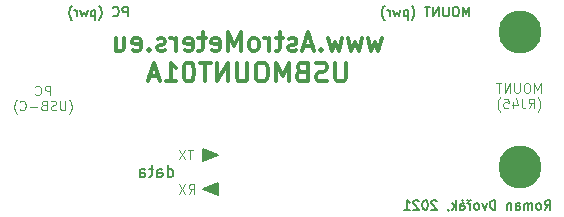
<source format=gbr>
%TF.GenerationSoftware,KiCad,Pcbnew,7.0.7-7.0.7~ubuntu23.04.1*%
%TF.CreationDate,2023-08-16T01:14:45+00:00*%
%TF.ProjectId,USBMOUNT01,5553424d-4f55-44e5-9430-312e6b696361,rev?*%
%TF.SameCoordinates,Original*%
%TF.FileFunction,Legend,Bot*%
%TF.FilePolarity,Positive*%
%FSLAX46Y46*%
G04 Gerber Fmt 4.6, Leading zero omitted, Abs format (unit mm)*
G04 Created by KiCad (PCBNEW 7.0.7-7.0.7~ubuntu23.04.1) date 2023-08-16 01:14:45*
%MOMM*%
%LPD*%
G01*
G04 APERTURE LIST*
%ADD10C,0.150000*%
%ADD11C,0.120000*%
%ADD12C,0.320000*%
%ADD13C,3.650000*%
G04 APERTURE END LIST*
D10*
X142500000Y-96900000D02*
X141250000Y-96400000D01*
X142500000Y-95900000D01*
X142500000Y-96900000D01*
G36*
X142500000Y-96900000D02*
G01*
X141250000Y-96400000D01*
X142500000Y-95900000D01*
X142500000Y-96900000D01*
G37*
X142500000Y-93500000D02*
X141250000Y-94000000D01*
X141250000Y-93000000D01*
X142500000Y-93500000D01*
G36*
X142500000Y-93500000D02*
G01*
X141250000Y-94000000D01*
X141250000Y-93000000D01*
X142500000Y-93500000D01*
G37*
D11*
X169828570Y-88219855D02*
X169828570Y-87419855D01*
X169828570Y-87419855D02*
X169561904Y-87991283D01*
X169561904Y-87991283D02*
X169295237Y-87419855D01*
X169295237Y-87419855D02*
X169295237Y-88219855D01*
X168761903Y-87419855D02*
X168609522Y-87419855D01*
X168609522Y-87419855D02*
X168533332Y-87457950D01*
X168533332Y-87457950D02*
X168457141Y-87534140D01*
X168457141Y-87534140D02*
X168419046Y-87686521D01*
X168419046Y-87686521D02*
X168419046Y-87953188D01*
X168419046Y-87953188D02*
X168457141Y-88105569D01*
X168457141Y-88105569D02*
X168533332Y-88181760D01*
X168533332Y-88181760D02*
X168609522Y-88219855D01*
X168609522Y-88219855D02*
X168761903Y-88219855D01*
X168761903Y-88219855D02*
X168838094Y-88181760D01*
X168838094Y-88181760D02*
X168914284Y-88105569D01*
X168914284Y-88105569D02*
X168952380Y-87953188D01*
X168952380Y-87953188D02*
X168952380Y-87686521D01*
X168952380Y-87686521D02*
X168914284Y-87534140D01*
X168914284Y-87534140D02*
X168838094Y-87457950D01*
X168838094Y-87457950D02*
X168761903Y-87419855D01*
X168076189Y-87419855D02*
X168076189Y-88067474D01*
X168076189Y-88067474D02*
X168038094Y-88143664D01*
X168038094Y-88143664D02*
X167999999Y-88181760D01*
X167999999Y-88181760D02*
X167923808Y-88219855D01*
X167923808Y-88219855D02*
X167771427Y-88219855D01*
X167771427Y-88219855D02*
X167695237Y-88181760D01*
X167695237Y-88181760D02*
X167657142Y-88143664D01*
X167657142Y-88143664D02*
X167619046Y-88067474D01*
X167619046Y-88067474D02*
X167619046Y-87419855D01*
X167238094Y-88219855D02*
X167238094Y-87419855D01*
X167238094Y-87419855D02*
X166780951Y-88219855D01*
X166780951Y-88219855D02*
X166780951Y-87419855D01*
X166514285Y-87419855D02*
X166057142Y-87419855D01*
X166285714Y-88219855D02*
X166285714Y-87419855D01*
X169580952Y-89812617D02*
X169619047Y-89774521D01*
X169619047Y-89774521D02*
X169695238Y-89660236D01*
X169695238Y-89660236D02*
X169733333Y-89584045D01*
X169733333Y-89584045D02*
X169771428Y-89469760D01*
X169771428Y-89469760D02*
X169809523Y-89279283D01*
X169809523Y-89279283D02*
X169809523Y-89126902D01*
X169809523Y-89126902D02*
X169771428Y-88936426D01*
X169771428Y-88936426D02*
X169733333Y-88822140D01*
X169733333Y-88822140D02*
X169695238Y-88745950D01*
X169695238Y-88745950D02*
X169619047Y-88631664D01*
X169619047Y-88631664D02*
X169580952Y-88593569D01*
X168819047Y-89507855D02*
X169085714Y-89126902D01*
X169276190Y-89507855D02*
X169276190Y-88707855D01*
X169276190Y-88707855D02*
X168971428Y-88707855D01*
X168971428Y-88707855D02*
X168895238Y-88745950D01*
X168895238Y-88745950D02*
X168857143Y-88784045D01*
X168857143Y-88784045D02*
X168819047Y-88860236D01*
X168819047Y-88860236D02*
X168819047Y-88974521D01*
X168819047Y-88974521D02*
X168857143Y-89050712D01*
X168857143Y-89050712D02*
X168895238Y-89088807D01*
X168895238Y-89088807D02*
X168971428Y-89126902D01*
X168971428Y-89126902D02*
X169276190Y-89126902D01*
X168247619Y-88707855D02*
X168247619Y-89279283D01*
X168247619Y-89279283D02*
X168285714Y-89393569D01*
X168285714Y-89393569D02*
X168361905Y-89469760D01*
X168361905Y-89469760D02*
X168476190Y-89507855D01*
X168476190Y-89507855D02*
X168552381Y-89507855D01*
X167523809Y-88974521D02*
X167523809Y-89507855D01*
X167714285Y-88669760D02*
X167904762Y-89241188D01*
X167904762Y-89241188D02*
X167409523Y-89241188D01*
X166723809Y-88707855D02*
X167104761Y-88707855D01*
X167104761Y-88707855D02*
X167142857Y-89088807D01*
X167142857Y-89088807D02*
X167104761Y-89050712D01*
X167104761Y-89050712D02*
X167028571Y-89012617D01*
X167028571Y-89012617D02*
X166838095Y-89012617D01*
X166838095Y-89012617D02*
X166761904Y-89050712D01*
X166761904Y-89050712D02*
X166723809Y-89088807D01*
X166723809Y-89088807D02*
X166685714Y-89164998D01*
X166685714Y-89164998D02*
X166685714Y-89355474D01*
X166685714Y-89355474D02*
X166723809Y-89431664D01*
X166723809Y-89431664D02*
X166761904Y-89469760D01*
X166761904Y-89469760D02*
X166838095Y-89507855D01*
X166838095Y-89507855D02*
X167028571Y-89507855D01*
X167028571Y-89507855D02*
X167104761Y-89469760D01*
X167104761Y-89469760D02*
X167142857Y-89431664D01*
X166419047Y-89812617D02*
X166380952Y-89774521D01*
X166380952Y-89774521D02*
X166304761Y-89660236D01*
X166304761Y-89660236D02*
X166266666Y-89584045D01*
X166266666Y-89584045D02*
X166228571Y-89469760D01*
X166228571Y-89469760D02*
X166190475Y-89279283D01*
X166190475Y-89279283D02*
X166190475Y-89126902D01*
X166190475Y-89126902D02*
X166228571Y-88936426D01*
X166228571Y-88936426D02*
X166266666Y-88822140D01*
X166266666Y-88822140D02*
X166304761Y-88745950D01*
X166304761Y-88745950D02*
X166380952Y-88631664D01*
X166380952Y-88631664D02*
X166419047Y-88593569D01*
X140033332Y-96763855D02*
X140299999Y-96382902D01*
X140490475Y-96763855D02*
X140490475Y-95963855D01*
X140490475Y-95963855D02*
X140185713Y-95963855D01*
X140185713Y-95963855D02*
X140109523Y-96001950D01*
X140109523Y-96001950D02*
X140071428Y-96040045D01*
X140071428Y-96040045D02*
X140033332Y-96116236D01*
X140033332Y-96116236D02*
X140033332Y-96230521D01*
X140033332Y-96230521D02*
X140071428Y-96306712D01*
X140071428Y-96306712D02*
X140109523Y-96344807D01*
X140109523Y-96344807D02*
X140185713Y-96382902D01*
X140185713Y-96382902D02*
X140490475Y-96382902D01*
X139766666Y-95963855D02*
X139233332Y-96763855D01*
X139233332Y-95963855D02*
X139766666Y-96763855D01*
D10*
X138276190Y-95354819D02*
X138276190Y-94354819D01*
X138276190Y-95307200D02*
X138371428Y-95354819D01*
X138371428Y-95354819D02*
X138561904Y-95354819D01*
X138561904Y-95354819D02*
X138657142Y-95307200D01*
X138657142Y-95307200D02*
X138704761Y-95259580D01*
X138704761Y-95259580D02*
X138752380Y-95164342D01*
X138752380Y-95164342D02*
X138752380Y-94878628D01*
X138752380Y-94878628D02*
X138704761Y-94783390D01*
X138704761Y-94783390D02*
X138657142Y-94735771D01*
X138657142Y-94735771D02*
X138561904Y-94688152D01*
X138561904Y-94688152D02*
X138371428Y-94688152D01*
X138371428Y-94688152D02*
X138276190Y-94735771D01*
X137371428Y-95354819D02*
X137371428Y-94831009D01*
X137371428Y-94831009D02*
X137419047Y-94735771D01*
X137419047Y-94735771D02*
X137514285Y-94688152D01*
X137514285Y-94688152D02*
X137704761Y-94688152D01*
X137704761Y-94688152D02*
X137799999Y-94735771D01*
X137371428Y-95307200D02*
X137466666Y-95354819D01*
X137466666Y-95354819D02*
X137704761Y-95354819D01*
X137704761Y-95354819D02*
X137799999Y-95307200D01*
X137799999Y-95307200D02*
X137847618Y-95211961D01*
X137847618Y-95211961D02*
X137847618Y-95116723D01*
X137847618Y-95116723D02*
X137799999Y-95021485D01*
X137799999Y-95021485D02*
X137704761Y-94973866D01*
X137704761Y-94973866D02*
X137466666Y-94973866D01*
X137466666Y-94973866D02*
X137371428Y-94926247D01*
X137038094Y-94688152D02*
X136657142Y-94688152D01*
X136895237Y-94354819D02*
X136895237Y-95211961D01*
X136895237Y-95211961D02*
X136847618Y-95307200D01*
X136847618Y-95307200D02*
X136752380Y-95354819D01*
X136752380Y-95354819D02*
X136657142Y-95354819D01*
X135895237Y-95354819D02*
X135895237Y-94831009D01*
X135895237Y-94831009D02*
X135942856Y-94735771D01*
X135942856Y-94735771D02*
X136038094Y-94688152D01*
X136038094Y-94688152D02*
X136228570Y-94688152D01*
X136228570Y-94688152D02*
X136323808Y-94735771D01*
X135895237Y-95307200D02*
X135990475Y-95354819D01*
X135990475Y-95354819D02*
X136228570Y-95354819D01*
X136228570Y-95354819D02*
X136323808Y-95307200D01*
X136323808Y-95307200D02*
X136371427Y-95211961D01*
X136371427Y-95211961D02*
X136371427Y-95116723D01*
X136371427Y-95116723D02*
X136323808Y-95021485D01*
X136323808Y-95021485D02*
X136228570Y-94973866D01*
X136228570Y-94973866D02*
X135990475Y-94973866D01*
X135990475Y-94973866D02*
X135895237Y-94926247D01*
X163795237Y-81762295D02*
X163795237Y-80962295D01*
X163795237Y-80962295D02*
X163528571Y-81533723D01*
X163528571Y-81533723D02*
X163261904Y-80962295D01*
X163261904Y-80962295D02*
X163261904Y-81762295D01*
X162728570Y-80962295D02*
X162576189Y-80962295D01*
X162576189Y-80962295D02*
X162499999Y-81000390D01*
X162499999Y-81000390D02*
X162423808Y-81076580D01*
X162423808Y-81076580D02*
X162385713Y-81228961D01*
X162385713Y-81228961D02*
X162385713Y-81495628D01*
X162385713Y-81495628D02*
X162423808Y-81648009D01*
X162423808Y-81648009D02*
X162499999Y-81724200D01*
X162499999Y-81724200D02*
X162576189Y-81762295D01*
X162576189Y-81762295D02*
X162728570Y-81762295D01*
X162728570Y-81762295D02*
X162804761Y-81724200D01*
X162804761Y-81724200D02*
X162880951Y-81648009D01*
X162880951Y-81648009D02*
X162919047Y-81495628D01*
X162919047Y-81495628D02*
X162919047Y-81228961D01*
X162919047Y-81228961D02*
X162880951Y-81076580D01*
X162880951Y-81076580D02*
X162804761Y-81000390D01*
X162804761Y-81000390D02*
X162728570Y-80962295D01*
X162042856Y-80962295D02*
X162042856Y-81609914D01*
X162042856Y-81609914D02*
X162004761Y-81686104D01*
X162004761Y-81686104D02*
X161966666Y-81724200D01*
X161966666Y-81724200D02*
X161890475Y-81762295D01*
X161890475Y-81762295D02*
X161738094Y-81762295D01*
X161738094Y-81762295D02*
X161661904Y-81724200D01*
X161661904Y-81724200D02*
X161623809Y-81686104D01*
X161623809Y-81686104D02*
X161585713Y-81609914D01*
X161585713Y-81609914D02*
X161585713Y-80962295D01*
X161204761Y-81762295D02*
X161204761Y-80962295D01*
X161204761Y-80962295D02*
X160747618Y-81762295D01*
X160747618Y-81762295D02*
X160747618Y-80962295D01*
X160480952Y-80962295D02*
X160023809Y-80962295D01*
X160252381Y-81762295D02*
X160252381Y-80962295D01*
X158919047Y-82067057D02*
X158957142Y-82028961D01*
X158957142Y-82028961D02*
X159033333Y-81914676D01*
X159033333Y-81914676D02*
X159071428Y-81838485D01*
X159071428Y-81838485D02*
X159109523Y-81724200D01*
X159109523Y-81724200D02*
X159147618Y-81533723D01*
X159147618Y-81533723D02*
X159147618Y-81381342D01*
X159147618Y-81381342D02*
X159109523Y-81190866D01*
X159109523Y-81190866D02*
X159071428Y-81076580D01*
X159071428Y-81076580D02*
X159033333Y-81000390D01*
X159033333Y-81000390D02*
X158957142Y-80886104D01*
X158957142Y-80886104D02*
X158919047Y-80848009D01*
X158614285Y-81228961D02*
X158614285Y-82028961D01*
X158614285Y-81267057D02*
X158538095Y-81228961D01*
X158538095Y-81228961D02*
X158385714Y-81228961D01*
X158385714Y-81228961D02*
X158309523Y-81267057D01*
X158309523Y-81267057D02*
X158271428Y-81305152D01*
X158271428Y-81305152D02*
X158233333Y-81381342D01*
X158233333Y-81381342D02*
X158233333Y-81609914D01*
X158233333Y-81609914D02*
X158271428Y-81686104D01*
X158271428Y-81686104D02*
X158309523Y-81724200D01*
X158309523Y-81724200D02*
X158385714Y-81762295D01*
X158385714Y-81762295D02*
X158538095Y-81762295D01*
X158538095Y-81762295D02*
X158614285Y-81724200D01*
X157966666Y-81228961D02*
X157814285Y-81762295D01*
X157814285Y-81762295D02*
X157661904Y-81381342D01*
X157661904Y-81381342D02*
X157509523Y-81762295D01*
X157509523Y-81762295D02*
X157357142Y-81228961D01*
X157052380Y-81762295D02*
X157052380Y-81228961D01*
X157052380Y-81381342D02*
X157014285Y-81305152D01*
X157014285Y-81305152D02*
X156976190Y-81267057D01*
X156976190Y-81267057D02*
X156899999Y-81228961D01*
X156899999Y-81228961D02*
X156823809Y-81228961D01*
X156633333Y-82067057D02*
X156595238Y-82028961D01*
X156595238Y-82028961D02*
X156519047Y-81914676D01*
X156519047Y-81914676D02*
X156480952Y-81838485D01*
X156480952Y-81838485D02*
X156442857Y-81724200D01*
X156442857Y-81724200D02*
X156404761Y-81533723D01*
X156404761Y-81533723D02*
X156404761Y-81381342D01*
X156404761Y-81381342D02*
X156442857Y-81190866D01*
X156442857Y-81190866D02*
X156480952Y-81076580D01*
X156480952Y-81076580D02*
X156519047Y-81000390D01*
X156519047Y-81000390D02*
X156595238Y-80886104D01*
X156595238Y-80886104D02*
X156633333Y-80848009D01*
X134876189Y-81762295D02*
X134876189Y-80962295D01*
X134876189Y-80962295D02*
X134571427Y-80962295D01*
X134571427Y-80962295D02*
X134495237Y-81000390D01*
X134495237Y-81000390D02*
X134457142Y-81038485D01*
X134457142Y-81038485D02*
X134419046Y-81114676D01*
X134419046Y-81114676D02*
X134419046Y-81228961D01*
X134419046Y-81228961D02*
X134457142Y-81305152D01*
X134457142Y-81305152D02*
X134495237Y-81343247D01*
X134495237Y-81343247D02*
X134571427Y-81381342D01*
X134571427Y-81381342D02*
X134876189Y-81381342D01*
X133619046Y-81686104D02*
X133657142Y-81724200D01*
X133657142Y-81724200D02*
X133771427Y-81762295D01*
X133771427Y-81762295D02*
X133847618Y-81762295D01*
X133847618Y-81762295D02*
X133961904Y-81724200D01*
X133961904Y-81724200D02*
X134038094Y-81648009D01*
X134038094Y-81648009D02*
X134076189Y-81571819D01*
X134076189Y-81571819D02*
X134114285Y-81419438D01*
X134114285Y-81419438D02*
X134114285Y-81305152D01*
X134114285Y-81305152D02*
X134076189Y-81152771D01*
X134076189Y-81152771D02*
X134038094Y-81076580D01*
X134038094Y-81076580D02*
X133961904Y-81000390D01*
X133961904Y-81000390D02*
X133847618Y-80962295D01*
X133847618Y-80962295D02*
X133771427Y-80962295D01*
X133771427Y-80962295D02*
X133657142Y-81000390D01*
X133657142Y-81000390D02*
X133619046Y-81038485D01*
X132438094Y-82067057D02*
X132476189Y-82028961D01*
X132476189Y-82028961D02*
X132552380Y-81914676D01*
X132552380Y-81914676D02*
X132590475Y-81838485D01*
X132590475Y-81838485D02*
X132628570Y-81724200D01*
X132628570Y-81724200D02*
X132666665Y-81533723D01*
X132666665Y-81533723D02*
X132666665Y-81381342D01*
X132666665Y-81381342D02*
X132628570Y-81190866D01*
X132628570Y-81190866D02*
X132590475Y-81076580D01*
X132590475Y-81076580D02*
X132552380Y-81000390D01*
X132552380Y-81000390D02*
X132476189Y-80886104D01*
X132476189Y-80886104D02*
X132438094Y-80848009D01*
X132133332Y-81228961D02*
X132133332Y-82028961D01*
X132133332Y-81267057D02*
X132057142Y-81228961D01*
X132057142Y-81228961D02*
X131904761Y-81228961D01*
X131904761Y-81228961D02*
X131828570Y-81267057D01*
X131828570Y-81267057D02*
X131790475Y-81305152D01*
X131790475Y-81305152D02*
X131752380Y-81381342D01*
X131752380Y-81381342D02*
X131752380Y-81609914D01*
X131752380Y-81609914D02*
X131790475Y-81686104D01*
X131790475Y-81686104D02*
X131828570Y-81724200D01*
X131828570Y-81724200D02*
X131904761Y-81762295D01*
X131904761Y-81762295D02*
X132057142Y-81762295D01*
X132057142Y-81762295D02*
X132133332Y-81724200D01*
X131485713Y-81228961D02*
X131333332Y-81762295D01*
X131333332Y-81762295D02*
X131180951Y-81381342D01*
X131180951Y-81381342D02*
X131028570Y-81762295D01*
X131028570Y-81762295D02*
X130876189Y-81228961D01*
X130571427Y-81762295D02*
X130571427Y-81228961D01*
X130571427Y-81381342D02*
X130533332Y-81305152D01*
X130533332Y-81305152D02*
X130495237Y-81267057D01*
X130495237Y-81267057D02*
X130419046Y-81228961D01*
X130419046Y-81228961D02*
X130342856Y-81228961D01*
X130152380Y-82067057D02*
X130114285Y-82028961D01*
X130114285Y-82028961D02*
X130038094Y-81914676D01*
X130038094Y-81914676D02*
X129999999Y-81838485D01*
X129999999Y-81838485D02*
X129961904Y-81724200D01*
X129961904Y-81724200D02*
X129923808Y-81533723D01*
X129923808Y-81533723D02*
X129923808Y-81381342D01*
X129923808Y-81381342D02*
X129961904Y-81190866D01*
X129961904Y-81190866D02*
X129999999Y-81076580D01*
X129999999Y-81076580D02*
X130038094Y-81000390D01*
X130038094Y-81000390D02*
X130114285Y-80886104D01*
X130114285Y-80886104D02*
X130152380Y-80848009D01*
D12*
X156402380Y-83618883D02*
X156097618Y-84685550D01*
X156097618Y-84685550D02*
X155792856Y-83923645D01*
X155792856Y-83923645D02*
X155488094Y-84685550D01*
X155488094Y-84685550D02*
X155183332Y-83618883D01*
X154726190Y-83618883D02*
X154421428Y-84685550D01*
X154421428Y-84685550D02*
X154116666Y-83923645D01*
X154116666Y-83923645D02*
X153811904Y-84685550D01*
X153811904Y-84685550D02*
X153507142Y-83618883D01*
X153050000Y-83618883D02*
X152745238Y-84685550D01*
X152745238Y-84685550D02*
X152440476Y-83923645D01*
X152440476Y-83923645D02*
X152135714Y-84685550D01*
X152135714Y-84685550D02*
X151830952Y-83618883D01*
X151221429Y-84533169D02*
X151145239Y-84609360D01*
X151145239Y-84609360D02*
X151221429Y-84685550D01*
X151221429Y-84685550D02*
X151297620Y-84609360D01*
X151297620Y-84609360D02*
X151221429Y-84533169D01*
X151221429Y-84533169D02*
X151221429Y-84685550D01*
X150535715Y-84228407D02*
X149773810Y-84228407D01*
X150688096Y-84685550D02*
X150154762Y-83085550D01*
X150154762Y-83085550D02*
X149621429Y-84685550D01*
X149164286Y-84609360D02*
X149011905Y-84685550D01*
X149011905Y-84685550D02*
X148707143Y-84685550D01*
X148707143Y-84685550D02*
X148554762Y-84609360D01*
X148554762Y-84609360D02*
X148478571Y-84456979D01*
X148478571Y-84456979D02*
X148478571Y-84380788D01*
X148478571Y-84380788D02*
X148554762Y-84228407D01*
X148554762Y-84228407D02*
X148707143Y-84152217D01*
X148707143Y-84152217D02*
X148935714Y-84152217D01*
X148935714Y-84152217D02*
X149088095Y-84076026D01*
X149088095Y-84076026D02*
X149164286Y-83923645D01*
X149164286Y-83923645D02*
X149164286Y-83847455D01*
X149164286Y-83847455D02*
X149088095Y-83695074D01*
X149088095Y-83695074D02*
X148935714Y-83618883D01*
X148935714Y-83618883D02*
X148707143Y-83618883D01*
X148707143Y-83618883D02*
X148554762Y-83695074D01*
X148021429Y-83618883D02*
X147411905Y-83618883D01*
X147792857Y-83085550D02*
X147792857Y-84456979D01*
X147792857Y-84456979D02*
X147716667Y-84609360D01*
X147716667Y-84609360D02*
X147564286Y-84685550D01*
X147564286Y-84685550D02*
X147411905Y-84685550D01*
X146878571Y-84685550D02*
X146878571Y-83618883D01*
X146878571Y-83923645D02*
X146802381Y-83771264D01*
X146802381Y-83771264D02*
X146726190Y-83695074D01*
X146726190Y-83695074D02*
X146573809Y-83618883D01*
X146573809Y-83618883D02*
X146421428Y-83618883D01*
X145659524Y-84685550D02*
X145811905Y-84609360D01*
X145811905Y-84609360D02*
X145888095Y-84533169D01*
X145888095Y-84533169D02*
X145964286Y-84380788D01*
X145964286Y-84380788D02*
X145964286Y-83923645D01*
X145964286Y-83923645D02*
X145888095Y-83771264D01*
X145888095Y-83771264D02*
X145811905Y-83695074D01*
X145811905Y-83695074D02*
X145659524Y-83618883D01*
X145659524Y-83618883D02*
X145430952Y-83618883D01*
X145430952Y-83618883D02*
X145278571Y-83695074D01*
X145278571Y-83695074D02*
X145202381Y-83771264D01*
X145202381Y-83771264D02*
X145126190Y-83923645D01*
X145126190Y-83923645D02*
X145126190Y-84380788D01*
X145126190Y-84380788D02*
X145202381Y-84533169D01*
X145202381Y-84533169D02*
X145278571Y-84609360D01*
X145278571Y-84609360D02*
X145430952Y-84685550D01*
X145430952Y-84685550D02*
X145659524Y-84685550D01*
X144440476Y-84685550D02*
X144440476Y-83085550D01*
X144440476Y-83085550D02*
X143907143Y-84228407D01*
X143907143Y-84228407D02*
X143373809Y-83085550D01*
X143373809Y-83085550D02*
X143373809Y-84685550D01*
X142002381Y-84609360D02*
X142154762Y-84685550D01*
X142154762Y-84685550D02*
X142459524Y-84685550D01*
X142459524Y-84685550D02*
X142611905Y-84609360D01*
X142611905Y-84609360D02*
X142688096Y-84456979D01*
X142688096Y-84456979D02*
X142688096Y-83847455D01*
X142688096Y-83847455D02*
X142611905Y-83695074D01*
X142611905Y-83695074D02*
X142459524Y-83618883D01*
X142459524Y-83618883D02*
X142154762Y-83618883D01*
X142154762Y-83618883D02*
X142002381Y-83695074D01*
X142002381Y-83695074D02*
X141926191Y-83847455D01*
X141926191Y-83847455D02*
X141926191Y-83999836D01*
X141926191Y-83999836D02*
X142688096Y-84152217D01*
X141469048Y-83618883D02*
X140859524Y-83618883D01*
X141240476Y-83085550D02*
X141240476Y-84456979D01*
X141240476Y-84456979D02*
X141164286Y-84609360D01*
X141164286Y-84609360D02*
X141011905Y-84685550D01*
X141011905Y-84685550D02*
X140859524Y-84685550D01*
X139716666Y-84609360D02*
X139869047Y-84685550D01*
X139869047Y-84685550D02*
X140173809Y-84685550D01*
X140173809Y-84685550D02*
X140326190Y-84609360D01*
X140326190Y-84609360D02*
X140402381Y-84456979D01*
X140402381Y-84456979D02*
X140402381Y-83847455D01*
X140402381Y-83847455D02*
X140326190Y-83695074D01*
X140326190Y-83695074D02*
X140173809Y-83618883D01*
X140173809Y-83618883D02*
X139869047Y-83618883D01*
X139869047Y-83618883D02*
X139716666Y-83695074D01*
X139716666Y-83695074D02*
X139640476Y-83847455D01*
X139640476Y-83847455D02*
X139640476Y-83999836D01*
X139640476Y-83999836D02*
X140402381Y-84152217D01*
X138954761Y-84685550D02*
X138954761Y-83618883D01*
X138954761Y-83923645D02*
X138878571Y-83771264D01*
X138878571Y-83771264D02*
X138802380Y-83695074D01*
X138802380Y-83695074D02*
X138649999Y-83618883D01*
X138649999Y-83618883D02*
X138497618Y-83618883D01*
X138040476Y-84609360D02*
X137888095Y-84685550D01*
X137888095Y-84685550D02*
X137583333Y-84685550D01*
X137583333Y-84685550D02*
X137430952Y-84609360D01*
X137430952Y-84609360D02*
X137354761Y-84456979D01*
X137354761Y-84456979D02*
X137354761Y-84380788D01*
X137354761Y-84380788D02*
X137430952Y-84228407D01*
X137430952Y-84228407D02*
X137583333Y-84152217D01*
X137583333Y-84152217D02*
X137811904Y-84152217D01*
X137811904Y-84152217D02*
X137964285Y-84076026D01*
X137964285Y-84076026D02*
X138040476Y-83923645D01*
X138040476Y-83923645D02*
X138040476Y-83847455D01*
X138040476Y-83847455D02*
X137964285Y-83695074D01*
X137964285Y-83695074D02*
X137811904Y-83618883D01*
X137811904Y-83618883D02*
X137583333Y-83618883D01*
X137583333Y-83618883D02*
X137430952Y-83695074D01*
X136669047Y-84533169D02*
X136592857Y-84609360D01*
X136592857Y-84609360D02*
X136669047Y-84685550D01*
X136669047Y-84685550D02*
X136745238Y-84609360D01*
X136745238Y-84609360D02*
X136669047Y-84533169D01*
X136669047Y-84533169D02*
X136669047Y-84685550D01*
X135297618Y-84609360D02*
X135449999Y-84685550D01*
X135449999Y-84685550D02*
X135754761Y-84685550D01*
X135754761Y-84685550D02*
X135907142Y-84609360D01*
X135907142Y-84609360D02*
X135983333Y-84456979D01*
X135983333Y-84456979D02*
X135983333Y-83847455D01*
X135983333Y-83847455D02*
X135907142Y-83695074D01*
X135907142Y-83695074D02*
X135754761Y-83618883D01*
X135754761Y-83618883D02*
X135449999Y-83618883D01*
X135449999Y-83618883D02*
X135297618Y-83695074D01*
X135297618Y-83695074D02*
X135221428Y-83847455D01*
X135221428Y-83847455D02*
X135221428Y-83999836D01*
X135221428Y-83999836D02*
X135983333Y-84152217D01*
X133849999Y-83618883D02*
X133849999Y-84685550D01*
X134535713Y-83618883D02*
X134535713Y-84456979D01*
X134535713Y-84456979D02*
X134459523Y-84609360D01*
X134459523Y-84609360D02*
X134307142Y-84685550D01*
X134307142Y-84685550D02*
X134078570Y-84685550D01*
X134078570Y-84685550D02*
X133926189Y-84609360D01*
X133926189Y-84609360D02*
X133849999Y-84533169D01*
X153316666Y-85661550D02*
X153316666Y-86956788D01*
X153316666Y-86956788D02*
X153240476Y-87109169D01*
X153240476Y-87109169D02*
X153164285Y-87185360D01*
X153164285Y-87185360D02*
X153011904Y-87261550D01*
X153011904Y-87261550D02*
X152707142Y-87261550D01*
X152707142Y-87261550D02*
X152554761Y-87185360D01*
X152554761Y-87185360D02*
X152478571Y-87109169D01*
X152478571Y-87109169D02*
X152402380Y-86956788D01*
X152402380Y-86956788D02*
X152402380Y-85661550D01*
X151716667Y-87185360D02*
X151488095Y-87261550D01*
X151488095Y-87261550D02*
X151107143Y-87261550D01*
X151107143Y-87261550D02*
X150954762Y-87185360D01*
X150954762Y-87185360D02*
X150878571Y-87109169D01*
X150878571Y-87109169D02*
X150802381Y-86956788D01*
X150802381Y-86956788D02*
X150802381Y-86804407D01*
X150802381Y-86804407D02*
X150878571Y-86652026D01*
X150878571Y-86652026D02*
X150954762Y-86575836D01*
X150954762Y-86575836D02*
X151107143Y-86499645D01*
X151107143Y-86499645D02*
X151411905Y-86423455D01*
X151411905Y-86423455D02*
X151564286Y-86347264D01*
X151564286Y-86347264D02*
X151640476Y-86271074D01*
X151640476Y-86271074D02*
X151716667Y-86118693D01*
X151716667Y-86118693D02*
X151716667Y-85966312D01*
X151716667Y-85966312D02*
X151640476Y-85813931D01*
X151640476Y-85813931D02*
X151564286Y-85737740D01*
X151564286Y-85737740D02*
X151411905Y-85661550D01*
X151411905Y-85661550D02*
X151030952Y-85661550D01*
X151030952Y-85661550D02*
X150802381Y-85737740D01*
X149583333Y-86423455D02*
X149354761Y-86499645D01*
X149354761Y-86499645D02*
X149278571Y-86575836D01*
X149278571Y-86575836D02*
X149202380Y-86728217D01*
X149202380Y-86728217D02*
X149202380Y-86956788D01*
X149202380Y-86956788D02*
X149278571Y-87109169D01*
X149278571Y-87109169D02*
X149354761Y-87185360D01*
X149354761Y-87185360D02*
X149507142Y-87261550D01*
X149507142Y-87261550D02*
X150116666Y-87261550D01*
X150116666Y-87261550D02*
X150116666Y-85661550D01*
X150116666Y-85661550D02*
X149583333Y-85661550D01*
X149583333Y-85661550D02*
X149430952Y-85737740D01*
X149430952Y-85737740D02*
X149354761Y-85813931D01*
X149354761Y-85813931D02*
X149278571Y-85966312D01*
X149278571Y-85966312D02*
X149278571Y-86118693D01*
X149278571Y-86118693D02*
X149354761Y-86271074D01*
X149354761Y-86271074D02*
X149430952Y-86347264D01*
X149430952Y-86347264D02*
X149583333Y-86423455D01*
X149583333Y-86423455D02*
X150116666Y-86423455D01*
X148516666Y-87261550D02*
X148516666Y-85661550D01*
X148516666Y-85661550D02*
X147983333Y-86804407D01*
X147983333Y-86804407D02*
X147449999Y-85661550D01*
X147449999Y-85661550D02*
X147449999Y-87261550D01*
X146383333Y-85661550D02*
X146078571Y-85661550D01*
X146078571Y-85661550D02*
X145926190Y-85737740D01*
X145926190Y-85737740D02*
X145773809Y-85890121D01*
X145773809Y-85890121D02*
X145697619Y-86194883D01*
X145697619Y-86194883D02*
X145697619Y-86728217D01*
X145697619Y-86728217D02*
X145773809Y-87032979D01*
X145773809Y-87032979D02*
X145926190Y-87185360D01*
X145926190Y-87185360D02*
X146078571Y-87261550D01*
X146078571Y-87261550D02*
X146383333Y-87261550D01*
X146383333Y-87261550D02*
X146535714Y-87185360D01*
X146535714Y-87185360D02*
X146688095Y-87032979D01*
X146688095Y-87032979D02*
X146764286Y-86728217D01*
X146764286Y-86728217D02*
X146764286Y-86194883D01*
X146764286Y-86194883D02*
X146688095Y-85890121D01*
X146688095Y-85890121D02*
X146535714Y-85737740D01*
X146535714Y-85737740D02*
X146383333Y-85661550D01*
X145011905Y-85661550D02*
X145011905Y-86956788D01*
X145011905Y-86956788D02*
X144935715Y-87109169D01*
X144935715Y-87109169D02*
X144859524Y-87185360D01*
X144859524Y-87185360D02*
X144707143Y-87261550D01*
X144707143Y-87261550D02*
X144402381Y-87261550D01*
X144402381Y-87261550D02*
X144250000Y-87185360D01*
X144250000Y-87185360D02*
X144173810Y-87109169D01*
X144173810Y-87109169D02*
X144097619Y-86956788D01*
X144097619Y-86956788D02*
X144097619Y-85661550D01*
X143335715Y-87261550D02*
X143335715Y-85661550D01*
X143335715Y-85661550D02*
X142421429Y-87261550D01*
X142421429Y-87261550D02*
X142421429Y-85661550D01*
X141888097Y-85661550D02*
X140973811Y-85661550D01*
X141430954Y-87261550D02*
X141430954Y-85661550D01*
X140135715Y-85661550D02*
X139983334Y-85661550D01*
X139983334Y-85661550D02*
X139830953Y-85737740D01*
X139830953Y-85737740D02*
X139754763Y-85813931D01*
X139754763Y-85813931D02*
X139678572Y-85966312D01*
X139678572Y-85966312D02*
X139602382Y-86271074D01*
X139602382Y-86271074D02*
X139602382Y-86652026D01*
X139602382Y-86652026D02*
X139678572Y-86956788D01*
X139678572Y-86956788D02*
X139754763Y-87109169D01*
X139754763Y-87109169D02*
X139830953Y-87185360D01*
X139830953Y-87185360D02*
X139983334Y-87261550D01*
X139983334Y-87261550D02*
X140135715Y-87261550D01*
X140135715Y-87261550D02*
X140288096Y-87185360D01*
X140288096Y-87185360D02*
X140364287Y-87109169D01*
X140364287Y-87109169D02*
X140440477Y-86956788D01*
X140440477Y-86956788D02*
X140516668Y-86652026D01*
X140516668Y-86652026D02*
X140516668Y-86271074D01*
X140516668Y-86271074D02*
X140440477Y-85966312D01*
X140440477Y-85966312D02*
X140364287Y-85813931D01*
X140364287Y-85813931D02*
X140288096Y-85737740D01*
X140288096Y-85737740D02*
X140135715Y-85661550D01*
X138078572Y-87261550D02*
X138992858Y-87261550D01*
X138535715Y-87261550D02*
X138535715Y-85661550D01*
X138535715Y-85661550D02*
X138688096Y-85890121D01*
X138688096Y-85890121D02*
X138840477Y-86042502D01*
X138840477Y-86042502D02*
X138992858Y-86118693D01*
X137469048Y-86804407D02*
X136707143Y-86804407D01*
X137621429Y-87261550D02*
X137088095Y-85661550D01*
X137088095Y-85661550D02*
X136554762Y-87261550D01*
D10*
X170195239Y-98112295D02*
X170461906Y-97731342D01*
X170652382Y-98112295D02*
X170652382Y-97312295D01*
X170652382Y-97312295D02*
X170347620Y-97312295D01*
X170347620Y-97312295D02*
X170271430Y-97350390D01*
X170271430Y-97350390D02*
X170233335Y-97388485D01*
X170233335Y-97388485D02*
X170195239Y-97464676D01*
X170195239Y-97464676D02*
X170195239Y-97578961D01*
X170195239Y-97578961D02*
X170233335Y-97655152D01*
X170233335Y-97655152D02*
X170271430Y-97693247D01*
X170271430Y-97693247D02*
X170347620Y-97731342D01*
X170347620Y-97731342D02*
X170652382Y-97731342D01*
X169738097Y-98112295D02*
X169814287Y-98074200D01*
X169814287Y-98074200D02*
X169852382Y-98036104D01*
X169852382Y-98036104D02*
X169890478Y-97959914D01*
X169890478Y-97959914D02*
X169890478Y-97731342D01*
X169890478Y-97731342D02*
X169852382Y-97655152D01*
X169852382Y-97655152D02*
X169814287Y-97617057D01*
X169814287Y-97617057D02*
X169738097Y-97578961D01*
X169738097Y-97578961D02*
X169623811Y-97578961D01*
X169623811Y-97578961D02*
X169547620Y-97617057D01*
X169547620Y-97617057D02*
X169509525Y-97655152D01*
X169509525Y-97655152D02*
X169471430Y-97731342D01*
X169471430Y-97731342D02*
X169471430Y-97959914D01*
X169471430Y-97959914D02*
X169509525Y-98036104D01*
X169509525Y-98036104D02*
X169547620Y-98074200D01*
X169547620Y-98074200D02*
X169623811Y-98112295D01*
X169623811Y-98112295D02*
X169738097Y-98112295D01*
X169128572Y-98112295D02*
X169128572Y-97578961D01*
X169128572Y-97655152D02*
X169090477Y-97617057D01*
X169090477Y-97617057D02*
X169014287Y-97578961D01*
X169014287Y-97578961D02*
X168900001Y-97578961D01*
X168900001Y-97578961D02*
X168823810Y-97617057D01*
X168823810Y-97617057D02*
X168785715Y-97693247D01*
X168785715Y-97693247D02*
X168785715Y-98112295D01*
X168785715Y-97693247D02*
X168747620Y-97617057D01*
X168747620Y-97617057D02*
X168671429Y-97578961D01*
X168671429Y-97578961D02*
X168557144Y-97578961D01*
X168557144Y-97578961D02*
X168480953Y-97617057D01*
X168480953Y-97617057D02*
X168442858Y-97693247D01*
X168442858Y-97693247D02*
X168442858Y-98112295D01*
X167719048Y-98112295D02*
X167719048Y-97693247D01*
X167719048Y-97693247D02*
X167757143Y-97617057D01*
X167757143Y-97617057D02*
X167833334Y-97578961D01*
X167833334Y-97578961D02*
X167985715Y-97578961D01*
X167985715Y-97578961D02*
X168061905Y-97617057D01*
X167719048Y-98074200D02*
X167795239Y-98112295D01*
X167795239Y-98112295D02*
X167985715Y-98112295D01*
X167985715Y-98112295D02*
X168061905Y-98074200D01*
X168061905Y-98074200D02*
X168100001Y-97998009D01*
X168100001Y-97998009D02*
X168100001Y-97921819D01*
X168100001Y-97921819D02*
X168061905Y-97845628D01*
X168061905Y-97845628D02*
X167985715Y-97807533D01*
X167985715Y-97807533D02*
X167795239Y-97807533D01*
X167795239Y-97807533D02*
X167719048Y-97769438D01*
X167338095Y-97578961D02*
X167338095Y-98112295D01*
X167338095Y-97655152D02*
X167300000Y-97617057D01*
X167300000Y-97617057D02*
X167223810Y-97578961D01*
X167223810Y-97578961D02*
X167109524Y-97578961D01*
X167109524Y-97578961D02*
X167033333Y-97617057D01*
X167033333Y-97617057D02*
X166995238Y-97693247D01*
X166995238Y-97693247D02*
X166995238Y-98112295D01*
X166004761Y-98112295D02*
X166004761Y-97312295D01*
X166004761Y-97312295D02*
X165814285Y-97312295D01*
X165814285Y-97312295D02*
X165699999Y-97350390D01*
X165699999Y-97350390D02*
X165623809Y-97426580D01*
X165623809Y-97426580D02*
X165585714Y-97502771D01*
X165585714Y-97502771D02*
X165547618Y-97655152D01*
X165547618Y-97655152D02*
X165547618Y-97769438D01*
X165547618Y-97769438D02*
X165585714Y-97921819D01*
X165585714Y-97921819D02*
X165623809Y-97998009D01*
X165623809Y-97998009D02*
X165699999Y-98074200D01*
X165699999Y-98074200D02*
X165814285Y-98112295D01*
X165814285Y-98112295D02*
X166004761Y-98112295D01*
X165280952Y-97578961D02*
X165090476Y-98112295D01*
X165090476Y-98112295D02*
X164899999Y-97578961D01*
X164480952Y-98112295D02*
X164557142Y-98074200D01*
X164557142Y-98074200D02*
X164595237Y-98036104D01*
X164595237Y-98036104D02*
X164633333Y-97959914D01*
X164633333Y-97959914D02*
X164633333Y-97731342D01*
X164633333Y-97731342D02*
X164595237Y-97655152D01*
X164595237Y-97655152D02*
X164557142Y-97617057D01*
X164557142Y-97617057D02*
X164480952Y-97578961D01*
X164480952Y-97578961D02*
X164366666Y-97578961D01*
X164366666Y-97578961D02*
X164290475Y-97617057D01*
X164290475Y-97617057D02*
X164252380Y-97655152D01*
X164252380Y-97655152D02*
X164214285Y-97731342D01*
X164214285Y-97731342D02*
X164214285Y-97959914D01*
X164214285Y-97959914D02*
X164252380Y-98036104D01*
X164252380Y-98036104D02*
X164290475Y-98074200D01*
X164290475Y-98074200D02*
X164366666Y-98112295D01*
X164366666Y-98112295D02*
X164480952Y-98112295D01*
X163871427Y-98112295D02*
X163871427Y-97578961D01*
X163871427Y-97731342D02*
X163833332Y-97655152D01*
X163833332Y-97655152D02*
X163795237Y-97617057D01*
X163795237Y-97617057D02*
X163719046Y-97578961D01*
X163719046Y-97578961D02*
X163642856Y-97578961D01*
X163947618Y-97274200D02*
X163795237Y-97388485D01*
X163795237Y-97388485D02*
X163642856Y-97274200D01*
X163033332Y-98112295D02*
X163033332Y-97693247D01*
X163033332Y-97693247D02*
X163071427Y-97617057D01*
X163071427Y-97617057D02*
X163147618Y-97578961D01*
X163147618Y-97578961D02*
X163299999Y-97578961D01*
X163299999Y-97578961D02*
X163376189Y-97617057D01*
X163033332Y-98074200D02*
X163109523Y-98112295D01*
X163109523Y-98112295D02*
X163299999Y-98112295D01*
X163299999Y-98112295D02*
X163376189Y-98074200D01*
X163376189Y-98074200D02*
X163414285Y-97998009D01*
X163414285Y-97998009D02*
X163414285Y-97921819D01*
X163414285Y-97921819D02*
X163376189Y-97845628D01*
X163376189Y-97845628D02*
X163299999Y-97807533D01*
X163299999Y-97807533D02*
X163109523Y-97807533D01*
X163109523Y-97807533D02*
X163033332Y-97769438D01*
X163147618Y-97274200D02*
X163261904Y-97388485D01*
X162652379Y-98112295D02*
X162652379Y-97312295D01*
X162576189Y-97807533D02*
X162347617Y-98112295D01*
X162347617Y-97578961D02*
X162652379Y-97883723D01*
X161966665Y-98074200D02*
X161966665Y-98112295D01*
X161966665Y-98112295D02*
X162004760Y-98188485D01*
X162004760Y-98188485D02*
X162042856Y-98226580D01*
X161052380Y-97388485D02*
X161014284Y-97350390D01*
X161014284Y-97350390D02*
X160938094Y-97312295D01*
X160938094Y-97312295D02*
X160747618Y-97312295D01*
X160747618Y-97312295D02*
X160671427Y-97350390D01*
X160671427Y-97350390D02*
X160633332Y-97388485D01*
X160633332Y-97388485D02*
X160595237Y-97464676D01*
X160595237Y-97464676D02*
X160595237Y-97540866D01*
X160595237Y-97540866D02*
X160633332Y-97655152D01*
X160633332Y-97655152D02*
X161090475Y-98112295D01*
X161090475Y-98112295D02*
X160595237Y-98112295D01*
X160099998Y-97312295D02*
X160023808Y-97312295D01*
X160023808Y-97312295D02*
X159947617Y-97350390D01*
X159947617Y-97350390D02*
X159909522Y-97388485D01*
X159909522Y-97388485D02*
X159871427Y-97464676D01*
X159871427Y-97464676D02*
X159833332Y-97617057D01*
X159833332Y-97617057D02*
X159833332Y-97807533D01*
X159833332Y-97807533D02*
X159871427Y-97959914D01*
X159871427Y-97959914D02*
X159909522Y-98036104D01*
X159909522Y-98036104D02*
X159947617Y-98074200D01*
X159947617Y-98074200D02*
X160023808Y-98112295D01*
X160023808Y-98112295D02*
X160099998Y-98112295D01*
X160099998Y-98112295D02*
X160176189Y-98074200D01*
X160176189Y-98074200D02*
X160214284Y-98036104D01*
X160214284Y-98036104D02*
X160252379Y-97959914D01*
X160252379Y-97959914D02*
X160290475Y-97807533D01*
X160290475Y-97807533D02*
X160290475Y-97617057D01*
X160290475Y-97617057D02*
X160252379Y-97464676D01*
X160252379Y-97464676D02*
X160214284Y-97388485D01*
X160214284Y-97388485D02*
X160176189Y-97350390D01*
X160176189Y-97350390D02*
X160099998Y-97312295D01*
X159528570Y-97388485D02*
X159490474Y-97350390D01*
X159490474Y-97350390D02*
X159414284Y-97312295D01*
X159414284Y-97312295D02*
X159223808Y-97312295D01*
X159223808Y-97312295D02*
X159147617Y-97350390D01*
X159147617Y-97350390D02*
X159109522Y-97388485D01*
X159109522Y-97388485D02*
X159071427Y-97464676D01*
X159071427Y-97464676D02*
X159071427Y-97540866D01*
X159071427Y-97540866D02*
X159109522Y-97655152D01*
X159109522Y-97655152D02*
X159566665Y-98112295D01*
X159566665Y-98112295D02*
X159071427Y-98112295D01*
X158309522Y-98112295D02*
X158766665Y-98112295D01*
X158538093Y-98112295D02*
X158538093Y-97312295D01*
X158538093Y-97312295D02*
X158614284Y-97426580D01*
X158614284Y-97426580D02*
X158690474Y-97502771D01*
X158690474Y-97502771D02*
X158766665Y-97540866D01*
D11*
X128309523Y-88419855D02*
X128309523Y-87619855D01*
X128309523Y-87619855D02*
X128004761Y-87619855D01*
X128004761Y-87619855D02*
X127928571Y-87657950D01*
X127928571Y-87657950D02*
X127890476Y-87696045D01*
X127890476Y-87696045D02*
X127852380Y-87772236D01*
X127852380Y-87772236D02*
X127852380Y-87886521D01*
X127852380Y-87886521D02*
X127890476Y-87962712D01*
X127890476Y-87962712D02*
X127928571Y-88000807D01*
X127928571Y-88000807D02*
X128004761Y-88038902D01*
X128004761Y-88038902D02*
X128309523Y-88038902D01*
X127052380Y-88343664D02*
X127090476Y-88381760D01*
X127090476Y-88381760D02*
X127204761Y-88419855D01*
X127204761Y-88419855D02*
X127280952Y-88419855D01*
X127280952Y-88419855D02*
X127395238Y-88381760D01*
X127395238Y-88381760D02*
X127471428Y-88305569D01*
X127471428Y-88305569D02*
X127509523Y-88229379D01*
X127509523Y-88229379D02*
X127547619Y-88076998D01*
X127547619Y-88076998D02*
X127547619Y-87962712D01*
X127547619Y-87962712D02*
X127509523Y-87810331D01*
X127509523Y-87810331D02*
X127471428Y-87734140D01*
X127471428Y-87734140D02*
X127395238Y-87657950D01*
X127395238Y-87657950D02*
X127280952Y-87619855D01*
X127280952Y-87619855D02*
X127204761Y-87619855D01*
X127204761Y-87619855D02*
X127090476Y-87657950D01*
X127090476Y-87657950D02*
X127052380Y-87696045D01*
X129909523Y-90012617D02*
X129947618Y-89974521D01*
X129947618Y-89974521D02*
X130023809Y-89860236D01*
X130023809Y-89860236D02*
X130061904Y-89784045D01*
X130061904Y-89784045D02*
X130099999Y-89669760D01*
X130099999Y-89669760D02*
X130138094Y-89479283D01*
X130138094Y-89479283D02*
X130138094Y-89326902D01*
X130138094Y-89326902D02*
X130099999Y-89136426D01*
X130099999Y-89136426D02*
X130061904Y-89022140D01*
X130061904Y-89022140D02*
X130023809Y-88945950D01*
X130023809Y-88945950D02*
X129947618Y-88831664D01*
X129947618Y-88831664D02*
X129909523Y-88793569D01*
X129604761Y-88907855D02*
X129604761Y-89555474D01*
X129604761Y-89555474D02*
X129566666Y-89631664D01*
X129566666Y-89631664D02*
X129528571Y-89669760D01*
X129528571Y-89669760D02*
X129452380Y-89707855D01*
X129452380Y-89707855D02*
X129299999Y-89707855D01*
X129299999Y-89707855D02*
X129223809Y-89669760D01*
X129223809Y-89669760D02*
X129185714Y-89631664D01*
X129185714Y-89631664D02*
X129147618Y-89555474D01*
X129147618Y-89555474D02*
X129147618Y-88907855D01*
X128804762Y-89669760D02*
X128690476Y-89707855D01*
X128690476Y-89707855D02*
X128500000Y-89707855D01*
X128500000Y-89707855D02*
X128423809Y-89669760D01*
X128423809Y-89669760D02*
X128385714Y-89631664D01*
X128385714Y-89631664D02*
X128347619Y-89555474D01*
X128347619Y-89555474D02*
X128347619Y-89479283D01*
X128347619Y-89479283D02*
X128385714Y-89403093D01*
X128385714Y-89403093D02*
X128423809Y-89364998D01*
X128423809Y-89364998D02*
X128500000Y-89326902D01*
X128500000Y-89326902D02*
X128652381Y-89288807D01*
X128652381Y-89288807D02*
X128728571Y-89250712D01*
X128728571Y-89250712D02*
X128766666Y-89212617D01*
X128766666Y-89212617D02*
X128804762Y-89136426D01*
X128804762Y-89136426D02*
X128804762Y-89060236D01*
X128804762Y-89060236D02*
X128766666Y-88984045D01*
X128766666Y-88984045D02*
X128728571Y-88945950D01*
X128728571Y-88945950D02*
X128652381Y-88907855D01*
X128652381Y-88907855D02*
X128461904Y-88907855D01*
X128461904Y-88907855D02*
X128347619Y-88945950D01*
X127738095Y-89288807D02*
X127623809Y-89326902D01*
X127623809Y-89326902D02*
X127585714Y-89364998D01*
X127585714Y-89364998D02*
X127547618Y-89441188D01*
X127547618Y-89441188D02*
X127547618Y-89555474D01*
X127547618Y-89555474D02*
X127585714Y-89631664D01*
X127585714Y-89631664D02*
X127623809Y-89669760D01*
X127623809Y-89669760D02*
X127699999Y-89707855D01*
X127699999Y-89707855D02*
X128004761Y-89707855D01*
X128004761Y-89707855D02*
X128004761Y-88907855D01*
X128004761Y-88907855D02*
X127738095Y-88907855D01*
X127738095Y-88907855D02*
X127661904Y-88945950D01*
X127661904Y-88945950D02*
X127623809Y-88984045D01*
X127623809Y-88984045D02*
X127585714Y-89060236D01*
X127585714Y-89060236D02*
X127585714Y-89136426D01*
X127585714Y-89136426D02*
X127623809Y-89212617D01*
X127623809Y-89212617D02*
X127661904Y-89250712D01*
X127661904Y-89250712D02*
X127738095Y-89288807D01*
X127738095Y-89288807D02*
X128004761Y-89288807D01*
X127204761Y-89403093D02*
X126595238Y-89403093D01*
X125757142Y-89631664D02*
X125795238Y-89669760D01*
X125795238Y-89669760D02*
X125909523Y-89707855D01*
X125909523Y-89707855D02*
X125985714Y-89707855D01*
X125985714Y-89707855D02*
X126100000Y-89669760D01*
X126100000Y-89669760D02*
X126176190Y-89593569D01*
X126176190Y-89593569D02*
X126214285Y-89517379D01*
X126214285Y-89517379D02*
X126252381Y-89364998D01*
X126252381Y-89364998D02*
X126252381Y-89250712D01*
X126252381Y-89250712D02*
X126214285Y-89098331D01*
X126214285Y-89098331D02*
X126176190Y-89022140D01*
X126176190Y-89022140D02*
X126100000Y-88945950D01*
X126100000Y-88945950D02*
X125985714Y-88907855D01*
X125985714Y-88907855D02*
X125909523Y-88907855D01*
X125909523Y-88907855D02*
X125795238Y-88945950D01*
X125795238Y-88945950D02*
X125757142Y-88984045D01*
X125490476Y-90012617D02*
X125452381Y-89974521D01*
X125452381Y-89974521D02*
X125376190Y-89860236D01*
X125376190Y-89860236D02*
X125338095Y-89784045D01*
X125338095Y-89784045D02*
X125300000Y-89669760D01*
X125300000Y-89669760D02*
X125261904Y-89479283D01*
X125261904Y-89479283D02*
X125261904Y-89326902D01*
X125261904Y-89326902D02*
X125300000Y-89136426D01*
X125300000Y-89136426D02*
X125338095Y-89022140D01*
X125338095Y-89022140D02*
X125376190Y-88945950D01*
X125376190Y-88945950D02*
X125452381Y-88831664D01*
X125452381Y-88831664D02*
X125490476Y-88793569D01*
X140409523Y-93063855D02*
X139952380Y-93063855D01*
X140180952Y-93863855D02*
X140180952Y-93063855D01*
X139761904Y-93063855D02*
X139228570Y-93863855D01*
X139228570Y-93063855D02*
X139761904Y-93863855D01*
D13*
%TO.C,J1*%
X168050000Y-94470000D03*
X168050000Y-83040000D03*
%TD*%
M02*

</source>
